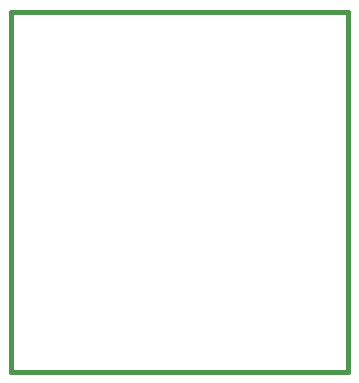
<source format=gko>
G04 #@! TF.GenerationSoftware,KiCad,Pcbnew,(5.1.10)-1*
G04 #@! TF.CreationDate,2021-09-23T17:15:10-04:00*
G04 #@! TF.ProjectId,MINI360,4d494e49-3336-4302-9e6b-696361645f70,X1*
G04 #@! TF.SameCoordinates,Original*
G04 #@! TF.FileFunction,Profile,NP*
%FSLAX46Y46*%
G04 Gerber Fmt 4.6, Leading zero omitted, Abs format (unit mm)*
G04 Created by KiCad (PCBNEW (5.1.10)-1) date 2021-09-23 17:15:10*
%MOMM*%
%LPD*%
G01*
G04 APERTURE LIST*
G04 #@! TA.AperFunction,Profile*
%ADD10C,0.381000*%
G04 #@! TD*
G04 APERTURE END LIST*
D10*
X86360000Y-30480000D02*
X86360000Y0D01*
X114935000Y-30480000D02*
X86360000Y-30480000D01*
X114935000Y0D02*
X114935000Y-30480000D01*
X86360000Y0D02*
X114935000Y0D01*
M02*

</source>
